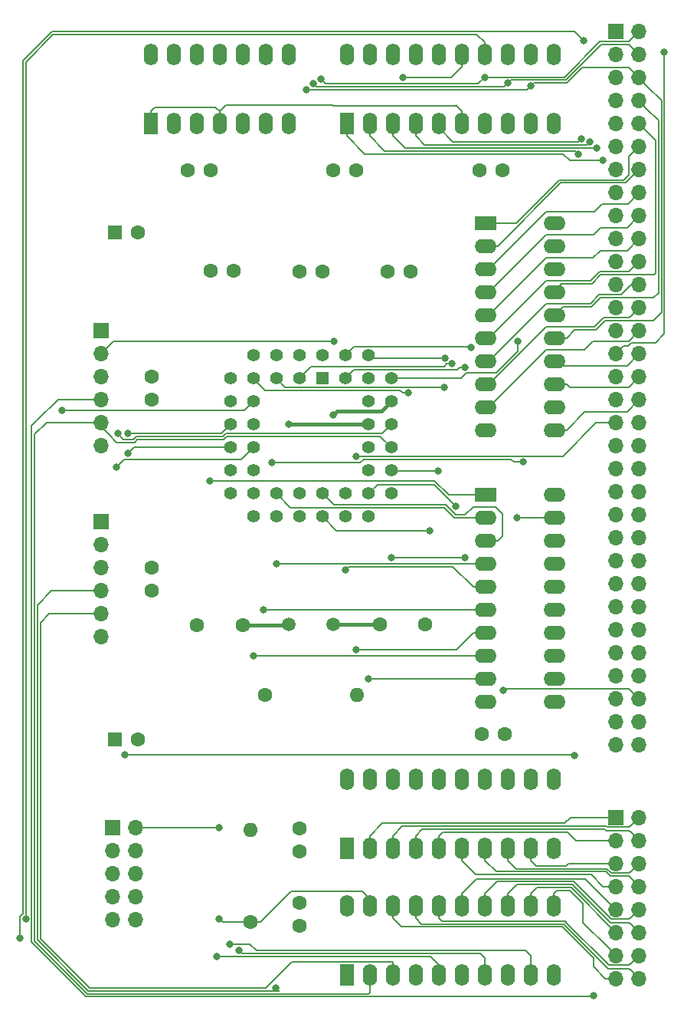
<source format=gbr>
G04 #@! TF.GenerationSoftware,KiCad,Pcbnew,(5.1.5-0-10_14)*
G04 #@! TF.CreationDate,2021-10-05T22:02:22+01:00*
G04 #@! TF.ProjectId,mc68681-basic,6d633638-3638-4312-9d62-617369632e6b,rev?*
G04 #@! TF.SameCoordinates,Original*
G04 #@! TF.FileFunction,Copper,L4,Bot*
G04 #@! TF.FilePolarity,Positive*
%FSLAX46Y46*%
G04 Gerber Fmt 4.6, Leading zero omitted, Abs format (unit mm)*
G04 Created by KiCad (PCBNEW (5.1.5-0-10_14)) date 2021-10-05 22:02:22*
%MOMM*%
%LPD*%
G04 APERTURE LIST*
%ADD10C,1.600000*%
%ADD11O,1.600000X2.400000*%
%ADD12R,1.600000X2.400000*%
%ADD13C,1.500000*%
%ADD14O,1.700000X1.700000*%
%ADD15R,1.700000X1.700000*%
%ADD16O,1.600000X1.600000*%
%ADD17C,1.422400*%
%ADD18R,1.422400X1.422400*%
%ADD19C,1.600200*%
%ADD20O,2.400000X1.600000*%
%ADD21R,2.400000X1.600000*%
%ADD22R,1.600000X1.600000*%
%ADD23C,0.800000*%
%ADD24C,0.400000*%
%ADD25C,0.150000*%
G04 APERTURE END LIST*
D10*
X97350000Y-114340000D03*
X92350000Y-114340000D03*
X77160000Y-114360000D03*
X72160000Y-114360000D03*
D11*
X88700000Y-51430000D03*
X111560000Y-59050000D03*
X91240000Y-51430000D03*
X109020000Y-59050000D03*
X93780000Y-51430000D03*
X106480000Y-59050000D03*
X96320000Y-51430000D03*
X103940000Y-59050000D03*
X98860000Y-51430000D03*
X101400000Y-59050000D03*
X101400000Y-51430000D03*
X98860000Y-59050000D03*
X103940000Y-51430000D03*
X96320000Y-59050000D03*
X106480000Y-51430000D03*
X93780000Y-59050000D03*
X109020000Y-51430000D03*
X91240000Y-59050000D03*
X111560000Y-51430000D03*
D12*
X88700000Y-59050000D03*
D13*
X87150000Y-114340000D03*
X82270000Y-114340000D03*
D14*
X65360000Y-146890000D03*
X62820000Y-146890000D03*
X65360000Y-144350000D03*
X62820000Y-144350000D03*
X65360000Y-141810000D03*
X62820000Y-141810000D03*
X65360000Y-139270000D03*
X62820000Y-139270000D03*
X65360000Y-136730000D03*
D15*
X62820000Y-136730000D03*
D16*
X89800000Y-122120000D03*
D10*
X79640000Y-122120000D03*
D17*
X93610000Y-87156350D03*
X93610000Y-89696350D03*
X93610000Y-92236350D03*
X93610000Y-94776350D03*
X93610000Y-97316350D03*
X91070000Y-84616350D03*
X91070000Y-89696350D03*
X91070000Y-92236350D03*
X91070000Y-94776350D03*
X91070000Y-97316350D03*
X91070000Y-99856350D03*
X91070000Y-102396350D03*
X88530000Y-102396350D03*
X85990000Y-102396350D03*
X83450000Y-102396350D03*
X80910000Y-102396350D03*
X78370000Y-102396350D03*
X93610000Y-99856350D03*
X88530000Y-99856350D03*
X85990000Y-99856350D03*
X83450000Y-99856350D03*
X80910000Y-99856350D03*
X78370000Y-99856350D03*
X75830000Y-99856350D03*
X75830000Y-97316350D03*
X75830000Y-94776350D03*
X75830000Y-92236350D03*
X75830000Y-89696350D03*
X75830000Y-87156350D03*
X78370000Y-97316350D03*
X78370000Y-94776350D03*
X78370000Y-92236350D03*
X78370000Y-89696350D03*
X78370000Y-87156350D03*
X88530000Y-84616350D03*
X85990000Y-84616350D03*
X78370000Y-84616350D03*
X80910000Y-84616350D03*
X83450000Y-84616350D03*
X91070000Y-87156350D03*
X88530000Y-87156350D03*
X80910000Y-87156350D03*
X83450000Y-87156350D03*
D18*
X85990000Y-87156350D03*
D11*
X88700000Y-131380000D03*
X111560000Y-139000000D03*
X91240000Y-131380000D03*
X109020000Y-139000000D03*
X93780000Y-131380000D03*
X106480000Y-139000000D03*
X96320000Y-131380000D03*
X103940000Y-139000000D03*
X98860000Y-131380000D03*
X101400000Y-139000000D03*
X101400000Y-131380000D03*
X98860000Y-139000000D03*
X103940000Y-131380000D03*
X96320000Y-139000000D03*
X106480000Y-131380000D03*
X93780000Y-139000000D03*
X109020000Y-131380000D03*
X91240000Y-139000000D03*
X111560000Y-131380000D03*
D12*
X88700000Y-139000000D03*
D19*
X93235800Y-75355000D03*
X95775800Y-75355000D03*
X67100000Y-108080000D03*
X67100000Y-110620000D03*
X83450000Y-75355000D03*
X85990000Y-75355000D03*
X103644200Y-126450000D03*
X106184200Y-126450000D03*
X83500000Y-145044200D03*
X83500000Y-147584200D03*
X83500000Y-136815800D03*
X83500000Y-139355800D03*
X67100000Y-86920000D03*
X67100000Y-89460000D03*
X73664200Y-75280000D03*
X76204200Y-75280000D03*
X105904200Y-64175000D03*
X103364200Y-64175000D03*
X71060000Y-64175000D03*
X73600000Y-64175000D03*
X87212100Y-64175000D03*
X89752100Y-64175000D03*
D16*
X78025000Y-137015000D03*
D10*
X78025000Y-147175000D03*
D14*
X61550000Y-115700000D03*
X61550000Y-113160000D03*
X61550000Y-110620000D03*
X61550000Y-108080000D03*
X61550000Y-105540000D03*
D15*
X61550000Y-103000000D03*
D14*
X61550000Y-94540000D03*
X61550000Y-92000000D03*
X61550000Y-89460000D03*
X61550000Y-86920000D03*
X61550000Y-84380000D03*
D15*
X61550000Y-81840000D03*
D14*
X121000000Y-153380000D03*
X118460000Y-153380000D03*
X121000000Y-150840000D03*
X118460000Y-150840000D03*
X121000000Y-148300000D03*
X118460000Y-148300000D03*
X121000000Y-145760000D03*
X118460000Y-145760000D03*
X121000000Y-143220000D03*
X118460000Y-143220000D03*
X121000000Y-140680000D03*
X118460000Y-140680000D03*
X121000000Y-138140000D03*
X118460000Y-138140000D03*
X121000000Y-135600000D03*
D15*
X118460000Y-135600000D03*
D14*
X121000000Y-127640000D03*
X118460000Y-127640000D03*
X121000000Y-125100000D03*
X118460000Y-125100000D03*
X121000000Y-122560000D03*
X118460000Y-122560000D03*
X121000000Y-120020000D03*
X118460000Y-120020000D03*
X121000000Y-117480000D03*
X118460000Y-117480000D03*
X121000000Y-114940000D03*
X118460000Y-114940000D03*
X121000000Y-112400000D03*
X118460000Y-112400000D03*
X121000000Y-109860000D03*
X118460000Y-109860000D03*
X121000000Y-107320000D03*
X118460000Y-107320000D03*
X121000000Y-104780000D03*
X118460000Y-104780000D03*
X121000000Y-102240000D03*
X118460000Y-102240000D03*
X121000000Y-99700000D03*
X118460000Y-99700000D03*
X121000000Y-97160000D03*
X118460000Y-97160000D03*
X121000000Y-94620000D03*
X118460000Y-94620000D03*
X121000000Y-92080000D03*
X118460000Y-92080000D03*
X121000000Y-89540000D03*
X118460000Y-89540000D03*
X121000000Y-87000000D03*
X118460000Y-87000000D03*
X121000000Y-84460000D03*
X118460000Y-84460000D03*
X121000000Y-81920000D03*
X118460000Y-81920000D03*
X121000000Y-79380000D03*
X118460000Y-79380000D03*
X121000000Y-76840000D03*
X118460000Y-76840000D03*
X121000000Y-74300000D03*
X118460000Y-74300000D03*
X121000000Y-71760000D03*
X118460000Y-71760000D03*
X121000000Y-69220000D03*
X118460000Y-69220000D03*
X121000000Y-66680000D03*
X118460000Y-66680000D03*
X121000000Y-64140000D03*
X118460000Y-64140000D03*
X121000000Y-61600000D03*
X118460000Y-61600000D03*
X121000000Y-59060000D03*
X118460000Y-59060000D03*
X121000000Y-56520000D03*
X118460000Y-56520000D03*
X121000000Y-53980000D03*
X118460000Y-53980000D03*
X121000000Y-51440000D03*
X118460000Y-51440000D03*
X121000000Y-48900000D03*
D15*
X118460000Y-48900000D03*
D20*
X111620000Y-70000000D03*
X104000000Y-92860000D03*
X111620000Y-72540000D03*
X104000000Y-90320000D03*
X111620000Y-75080000D03*
X104000000Y-87780000D03*
X111620000Y-77620000D03*
X104000000Y-85240000D03*
X111620000Y-80160000D03*
X104000000Y-82700000D03*
X111620000Y-82700000D03*
X104000000Y-80160000D03*
X111620000Y-85240000D03*
X104000000Y-77620000D03*
X111620000Y-87780000D03*
X104000000Y-75080000D03*
X111620000Y-90320000D03*
X104000000Y-72540000D03*
X111620000Y-92860000D03*
D21*
X104000000Y-70000000D03*
D11*
X67000000Y-51430000D03*
X82240000Y-59050000D03*
X69540000Y-51430000D03*
X79700000Y-59050000D03*
X72080000Y-51430000D03*
X77160000Y-59050000D03*
X74620000Y-51430000D03*
X74620000Y-59050000D03*
X77160000Y-51430000D03*
X72080000Y-59050000D03*
X79700000Y-51430000D03*
X69540000Y-59050000D03*
X82240000Y-51430000D03*
D12*
X67000000Y-59050000D03*
D11*
X88700000Y-145380000D03*
X111560000Y-153000000D03*
X91240000Y-145380000D03*
X109020000Y-153000000D03*
X93780000Y-145380000D03*
X106480000Y-153000000D03*
X96320000Y-145380000D03*
X103940000Y-153000000D03*
X98860000Y-145380000D03*
X101400000Y-153000000D03*
X101400000Y-145380000D03*
X98860000Y-153000000D03*
X103940000Y-145380000D03*
X96320000Y-153000000D03*
X106480000Y-145380000D03*
X93780000Y-153000000D03*
X109020000Y-145380000D03*
X91240000Y-153000000D03*
X111560000Y-145380000D03*
D12*
X88700000Y-153000000D03*
D20*
X111620000Y-100000000D03*
X104000000Y-122860000D03*
X111620000Y-102540000D03*
X104000000Y-120320000D03*
X111620000Y-105080000D03*
X104000000Y-117780000D03*
X111620000Y-107620000D03*
X104000000Y-115240000D03*
X111620000Y-110160000D03*
X104000000Y-112700000D03*
X111620000Y-112700000D03*
X104000000Y-110160000D03*
X111620000Y-115240000D03*
X104000000Y-107620000D03*
X111620000Y-117780000D03*
X104000000Y-105080000D03*
X111620000Y-120320000D03*
X104000000Y-102540000D03*
X111620000Y-122860000D03*
D21*
X104000000Y-100000000D03*
D10*
X65592621Y-127000000D03*
D22*
X63092621Y-127000000D03*
D10*
X65592621Y-71000000D03*
D22*
X63092621Y-71000000D03*
D23*
X87170000Y-91190000D03*
X101738436Y-85905872D03*
X102410000Y-83730000D03*
X80910000Y-107620000D03*
X79470000Y-112690000D03*
X99554903Y-84926493D03*
X78390000Y-117780000D03*
X107572298Y-83022298D03*
X107550000Y-102500000D03*
X75790000Y-149590000D03*
X89700000Y-95740000D03*
X76790000Y-150325000D03*
X74290000Y-150980000D03*
X63199999Y-96970000D03*
X115975000Y-155325000D03*
X63370000Y-93250000D03*
X64500000Y-95450000D03*
X64525000Y-93225000D03*
X80875000Y-154424990D03*
X87240000Y-83040000D03*
X57210000Y-90710000D03*
X98810000Y-97340000D03*
X106000000Y-121575000D03*
X73530000Y-98460000D03*
X100747937Y-101267937D03*
X95470000Y-88767551D03*
X101750030Y-106970000D03*
X93630000Y-106970000D03*
X108222298Y-96387551D03*
X80430000Y-96460000D03*
X91080000Y-120330000D03*
X109020000Y-54875010D03*
X84190000Y-55270000D03*
X89740000Y-117070000D03*
X99460000Y-88120000D03*
X88540000Y-108270000D03*
X106480000Y-54550000D03*
X85006047Y-54625009D03*
X100320000Y-85545149D03*
X97820000Y-103960000D03*
X103930000Y-53900000D03*
X85844796Y-54127889D03*
X74584301Y-146790000D03*
X74570000Y-136730000D03*
X123800000Y-51125000D03*
X114583376Y-60700010D03*
X52560000Y-148910000D03*
X114850000Y-49890000D03*
X115536612Y-61050020D03*
X116300000Y-61725000D03*
X114275000Y-62375020D03*
X116950000Y-63125000D03*
X64170000Y-128730000D03*
X113890000Y-128810000D03*
X94920000Y-53974989D03*
X53200000Y-146860000D03*
X82310000Y-92230000D03*
D24*
X92516349Y-90790001D02*
X92898801Y-90407549D01*
X92898801Y-90407549D02*
X93610000Y-89696350D01*
X87569999Y-90790001D02*
X92516349Y-90790001D01*
X87170000Y-91190000D02*
X87569999Y-90790001D01*
X87150000Y-114340000D02*
X92350000Y-114340000D01*
D25*
X89491201Y-86195149D02*
X88530000Y-87156350D01*
X100883474Y-86195149D02*
X89491201Y-86195149D01*
X101172751Y-85905872D02*
X100883474Y-86195149D01*
X101738436Y-85905872D02*
X101172751Y-85905872D01*
X82488799Y-101435149D02*
X80910000Y-99856350D01*
X99464782Y-101435149D02*
X82488799Y-101435149D01*
X100569632Y-102540000D02*
X99464782Y-101435149D01*
X104000000Y-102540000D02*
X100569632Y-102540000D01*
X102335149Y-83655149D02*
X102410000Y-83730000D01*
X89491201Y-83655149D02*
X102335149Y-83655149D01*
X88530000Y-84616350D02*
X89491201Y-83655149D01*
X104000000Y-107620000D02*
X89295000Y-107620000D01*
X89295000Y-107620000D02*
X80910000Y-107620000D01*
X79480000Y-112700000D02*
X79470000Y-112690000D01*
X104000000Y-112700000D02*
X79480000Y-112700000D01*
X91073650Y-84620000D02*
X91070000Y-84616350D01*
X91380143Y-84926493D02*
X91070000Y-84616350D01*
X99554903Y-84926493D02*
X91380143Y-84926493D01*
X78760000Y-117780000D02*
X78750000Y-117790000D01*
X104000000Y-117780000D02*
X78760000Y-117780000D01*
X78390000Y-117780000D02*
X78760000Y-117780000D01*
X111580000Y-102500000D02*
X111620000Y-102540000D01*
X107550000Y-102500000D02*
X111580000Y-102500000D01*
X105190368Y-86530000D02*
X101920000Y-86530000D01*
X101920000Y-86530000D02*
X101293650Y-87156350D01*
X107572298Y-84148070D02*
X105190368Y-86530000D01*
X101293650Y-87156350D02*
X93610000Y-87156350D01*
X107572298Y-83022298D02*
X107572298Y-84148070D01*
X109020000Y-150895000D02*
X109020000Y-153600000D01*
X108449980Y-150324980D02*
X109020000Y-150895000D01*
X78724980Y-150324980D02*
X108449980Y-150324980D01*
X77990000Y-149590000D02*
X78724980Y-150324980D01*
X75790000Y-149590000D02*
X77990000Y-149590000D01*
X116344998Y-92080000D02*
X118460000Y-92080000D01*
X116344998Y-92080000D02*
X116210000Y-92080000D01*
X112552449Y-95737551D02*
X90472449Y-95737551D01*
X116210000Y-92080000D02*
X112552449Y-95737551D01*
X90470000Y-95740000D02*
X89700000Y-95740000D01*
X90472449Y-95737551D02*
X90470000Y-95740000D01*
X103424990Y-150649990D02*
X103940000Y-151165000D01*
X103940000Y-151165000D02*
X103940000Y-153600000D01*
X77525000Y-150649990D02*
X103424990Y-150649990D01*
X77114990Y-150649990D02*
X76790000Y-150325000D01*
X77525000Y-150649990D02*
X77114990Y-150649990D01*
X75850000Y-150975000D02*
X97975000Y-150975000D01*
X98860000Y-151860000D02*
X98860000Y-153600000D01*
X97975000Y-150975000D02*
X98860000Y-151860000D01*
X75845000Y-150980000D02*
X74290000Y-150980000D01*
X75850000Y-150975000D02*
X75845000Y-150980000D01*
X64069998Y-96100001D02*
X63199999Y-96970000D01*
X77046349Y-96100001D02*
X64069998Y-96100001D01*
X78370000Y-94776350D02*
X77046349Y-96100001D01*
X61550000Y-89460000D02*
X56790000Y-89460000D01*
X56790000Y-89460000D02*
X54450000Y-91800000D01*
X54450000Y-91800000D02*
X53850000Y-92400000D01*
X53850000Y-92400000D02*
X53850000Y-104975000D01*
X53850000Y-104975000D02*
X53850000Y-142075000D01*
X53850000Y-149394870D02*
X59855130Y-155400000D01*
X53850000Y-142075000D02*
X53850000Y-149394870D01*
X115900000Y-155400000D02*
X115975000Y-155325000D01*
X59855130Y-155400000D02*
X115900000Y-155400000D01*
X93610000Y-92236350D02*
X92646350Y-93200000D01*
X75325982Y-93200000D02*
X74975973Y-93550010D01*
X92646350Y-93200000D02*
X75325982Y-93200000D01*
X74975973Y-93550010D02*
X67700000Y-93550010D01*
X67700000Y-93550010D02*
X65419990Y-93550010D01*
X65094999Y-93875001D02*
X63995001Y-93875001D01*
X63995001Y-93875001D02*
X63370000Y-93250000D01*
X65419990Y-93550010D02*
X65094999Y-93875001D01*
X93780000Y-151650000D02*
X93780000Y-153000000D01*
X93679990Y-151549990D02*
X93780000Y-151650000D01*
X82625010Y-151549990D02*
X93679990Y-151549990D01*
X79750030Y-154424970D02*
X82625010Y-151549990D01*
X54825030Y-114149970D02*
X54825030Y-148991004D01*
X60258996Y-154424970D02*
X79750030Y-154424970D01*
X54825030Y-148991004D02*
X60258996Y-154424970D01*
X55815000Y-113160000D02*
X54825030Y-114149970D01*
X61550000Y-113160000D02*
X55815000Y-113160000D01*
X65173650Y-94776350D02*
X64500000Y-95450000D01*
X75830000Y-94776350D02*
X65173650Y-94776350D01*
X55525000Y-92000000D02*
X54175010Y-93349990D01*
X59989752Y-155074990D02*
X91115010Y-155074990D01*
X54175010Y-149260248D02*
X59989752Y-155074990D01*
X91115010Y-155074990D02*
X91240000Y-154950000D01*
X54175010Y-93349990D02*
X54175010Y-149260248D01*
X91240000Y-154950000D02*
X91240000Y-153600000D01*
X61550000Y-92000000D02*
X55525000Y-92000000D01*
X93610000Y-94776350D02*
X92358660Y-93525010D01*
X75460606Y-93525010D02*
X75110596Y-93875020D01*
X92358660Y-93525010D02*
X75460606Y-93525010D01*
X65554612Y-93875020D02*
X65229622Y-94200011D01*
X65229622Y-94200011D02*
X63270011Y-94200011D01*
X75110596Y-93875020D02*
X65554612Y-93875020D01*
X63270011Y-94200011D02*
X62399999Y-93329999D01*
X61550000Y-92480000D02*
X61550000Y-92000000D01*
X62399999Y-93329999D02*
X61550000Y-92480000D01*
X61550000Y-110620000D02*
X56055000Y-110620000D01*
X56055000Y-110620000D02*
X54500020Y-112174980D01*
X54500020Y-140224980D02*
X54500020Y-149125626D01*
X54500020Y-112174980D02*
X54500020Y-140224980D01*
X54500020Y-140224980D02*
X54500020Y-140350020D01*
X54500020Y-149125626D02*
X60124374Y-154749980D01*
X81199990Y-154749980D02*
X80875000Y-154424990D01*
X60124374Y-154749980D02*
X81199990Y-154749980D01*
X74841350Y-93225000D02*
X75830000Y-92236350D01*
X64525000Y-93225000D02*
X74841350Y-93225000D01*
X62890000Y-83040000D02*
X87240000Y-83040000D01*
X61550000Y-84380000D02*
X62890000Y-83040000D01*
X77376350Y-90690000D02*
X78370000Y-89696350D01*
X57230000Y-90690000D02*
X77376350Y-90690000D01*
X57210000Y-90710000D02*
X57230000Y-90690000D01*
X93633650Y-97340000D02*
X93610000Y-97316350D01*
X98810000Y-97340000D02*
X93633650Y-97340000D01*
X106115001Y-121459999D02*
X106000000Y-121575000D01*
X119899999Y-121459999D02*
X106115001Y-121459999D01*
X121000000Y-122560000D02*
X119899999Y-121459999D01*
X104000000Y-100000000D02*
X99939632Y-100000000D01*
X98399633Y-98460000D02*
X73530000Y-98460000D01*
X99939632Y-100000000D02*
X98399633Y-98460000D01*
X100747937Y-101267937D02*
X98340000Y-98860000D01*
X92066350Y-98860000D02*
X91070000Y-99856350D01*
X98340000Y-98860000D02*
X92066350Y-98860000D01*
X94904315Y-88767551D02*
X94579325Y-88442561D01*
X79081199Y-87867549D02*
X78370000Y-87156350D01*
X79656211Y-88442561D02*
X79081199Y-87867549D01*
X94579325Y-88442561D02*
X79656211Y-88442561D01*
X95470000Y-88767551D02*
X94904315Y-88767551D01*
X101750030Y-106970000D02*
X93630000Y-106970000D01*
X111690000Y-80160000D02*
X111620000Y-80160000D01*
X115734623Y-79250010D02*
X112599990Y-79250010D01*
X112599990Y-79250010D02*
X111690000Y-80160000D01*
X116719621Y-78265011D02*
X115734623Y-79250010D01*
X122609989Y-78265011D02*
X116719621Y-78265011D01*
X121849999Y-57369999D02*
X121000000Y-56520000D01*
X123150010Y-58670010D02*
X121849999Y-57369999D01*
X123150010Y-77724990D02*
X123150010Y-58670010D01*
X122609989Y-78265011D02*
X123150010Y-77724990D01*
X108222298Y-96387551D02*
X107184990Y-96387551D01*
X90607072Y-96062561D02*
X90189633Y-96480000D01*
X106860000Y-96062561D02*
X90607072Y-96062561D01*
X90189633Y-96480000D02*
X80520000Y-96480000D01*
X80500000Y-96460000D02*
X80430000Y-96460000D01*
X80520000Y-96480000D02*
X80500000Y-96460000D01*
X107184990Y-96387551D02*
X106860000Y-96062561D01*
X104000000Y-120320000D02*
X102650000Y-120320000D01*
X91090000Y-120320000D02*
X91080000Y-120330000D01*
X104000000Y-120320000D02*
X91090000Y-120320000D01*
X112970000Y-82700000D02*
X113869990Y-81800010D01*
X111620000Y-82700000D02*
X112970000Y-82700000D01*
X117229622Y-80805011D02*
X122544989Y-80805011D01*
X116234623Y-81800010D02*
X117229622Y-80805011D01*
X113869990Y-81800010D02*
X116234623Y-81800010D01*
X121849999Y-54829999D02*
X121000000Y-53980000D01*
X123475020Y-56455020D02*
X121849999Y-54829999D01*
X123475020Y-79874980D02*
X123475020Y-56455020D01*
X122544989Y-80805011D02*
X123475020Y-79874980D01*
X119899999Y-52879999D02*
X114714267Y-52879999D01*
X121000000Y-53980000D02*
X119899999Y-52879999D01*
X112830018Y-54550018D02*
X112830010Y-54550010D01*
X113044248Y-54550018D02*
X112830018Y-54550018D01*
X114714267Y-52879999D02*
X113044248Y-54550018D01*
X112830010Y-54550010D02*
X112169990Y-54550010D01*
X109345000Y-54550010D02*
X109020000Y-54875010D01*
X112169990Y-54550010D02*
X109345000Y-54550010D01*
X108620001Y-55275009D02*
X84195009Y-55275009D01*
X84195009Y-55275009D02*
X84190000Y-55270000D01*
X109020000Y-54875010D02*
X108620001Y-55275009D01*
X100820000Y-117070000D02*
X89740000Y-117070000D01*
X102650000Y-115240000D02*
X100820000Y-117070000D01*
X104000000Y-115240000D02*
X102650000Y-115240000D01*
X80910000Y-87156350D02*
X81871201Y-88117551D01*
X81871201Y-88117551D02*
X95972449Y-88117551D01*
X95974898Y-88120000D02*
X95972449Y-88117551D01*
X99460000Y-88120000D02*
X95974898Y-88120000D01*
X102650000Y-110160000D02*
X100435010Y-107945010D01*
X104000000Y-110160000D02*
X102650000Y-110160000D01*
X100435010Y-107945010D02*
X89974990Y-107945010D01*
X88864990Y-107945010D02*
X88540000Y-108270000D01*
X89974990Y-107945010D02*
X88864990Y-107945010D01*
X112909634Y-54225000D02*
X116809623Y-50325011D01*
X111284623Y-54225010D02*
X111284633Y-54225000D01*
X111284633Y-54225000D02*
X112909634Y-54225000D01*
X119885011Y-50325011D02*
X121000000Y-51440000D01*
X116809623Y-50325011D02*
X119885011Y-50325011D01*
X111284623Y-54225010D02*
X109954990Y-54225010D01*
X106804990Y-54225010D02*
X106480000Y-54550000D01*
X109954990Y-54225010D02*
X106804990Y-54225010D01*
X106480000Y-54550000D02*
X106080001Y-54949999D01*
X85331037Y-54949999D02*
X85006047Y-54625009D01*
X106080001Y-54949999D02*
X85331037Y-54949999D01*
X105350000Y-105080000D02*
X105890000Y-104540000D01*
X104000000Y-105080000D02*
X105350000Y-105080000D01*
X105890000Y-104540000D02*
X105890000Y-102080000D01*
X105890000Y-102080000D02*
X105130000Y-101320000D01*
X105130000Y-101320000D02*
X102670000Y-101320000D01*
X102670000Y-101320000D02*
X101775010Y-102214990D01*
X100704254Y-102214990D02*
X99599405Y-101110139D01*
X101775010Y-102214990D02*
X100704254Y-102214990D01*
X87243789Y-101110139D02*
X85990000Y-99856350D01*
X99599405Y-101110139D02*
X87243789Y-101110139D01*
X99429325Y-85870139D02*
X84736211Y-85870139D01*
X84736211Y-85870139D02*
X83450000Y-87156350D01*
X99754315Y-85545149D02*
X99429325Y-85870139D01*
X100320000Y-85545149D02*
X99754315Y-85545149D01*
X101400000Y-57700000D02*
X100725000Y-57025000D01*
X101400000Y-59050000D02*
X101400000Y-57700000D01*
X74620000Y-57700000D02*
X74620000Y-59050000D01*
X75295000Y-57025000D02*
X74620000Y-57700000D01*
X74620000Y-57700000D02*
X74145000Y-57225000D01*
X67000000Y-57700000D02*
X67000000Y-59050000D01*
X67475000Y-57225000D02*
X67000000Y-57700000D01*
X74145000Y-57225000D02*
X67475000Y-57225000D01*
X100720000Y-57030000D02*
X100725000Y-57025000D01*
X87230000Y-57030000D02*
X100720000Y-57030000D01*
X87225000Y-57025000D02*
X87230000Y-57030000D01*
X75295000Y-57025000D02*
X87225000Y-57025000D01*
X87553650Y-103960000D02*
X97820000Y-103960000D01*
X85990000Y-102396350D02*
X87553650Y-103960000D01*
X112775002Y-53900000D02*
X107740000Y-53900000D01*
X119899999Y-50000001D02*
X116675001Y-50000001D01*
X116675001Y-50000001D02*
X112775002Y-53900000D01*
X121000000Y-48900000D02*
X119899999Y-50000001D01*
X107740000Y-53900000D02*
X103930000Y-53900000D01*
X103930000Y-53900000D02*
X103205011Y-54624989D01*
X103205011Y-54624989D02*
X100610000Y-54624989D01*
X86341896Y-54624989D02*
X85844796Y-54127889D01*
X100610000Y-54624989D02*
X86341896Y-54624989D01*
X91240000Y-144630000D02*
X91240000Y-145980000D01*
X90385000Y-143775000D02*
X91240000Y-144630000D01*
X75200000Y-147175000D02*
X78025000Y-147175000D01*
X82556370Y-143775000D02*
X90385000Y-143775000D01*
X79156370Y-147175000D02*
X82556370Y-143775000D01*
X78025000Y-147175000D02*
X79156370Y-147175000D01*
X74969301Y-147175000D02*
X74584301Y-146790000D01*
X75200000Y-147175000D02*
X74969301Y-147175000D01*
X74004315Y-136730000D02*
X65360000Y-136730000D01*
X74570000Y-136730000D02*
X74004315Y-136730000D01*
X93780000Y-146730000D02*
X93780000Y-145380000D01*
X94750020Y-147700020D02*
X93780000Y-146730000D01*
X115975000Y-151144264D02*
X112530756Y-147700020D01*
X115975000Y-152097081D02*
X115975000Y-151144264D01*
X117257919Y-153380000D02*
X115975000Y-152097081D01*
X112530756Y-147700020D02*
X94750020Y-147700020D01*
X118460000Y-153380000D02*
X117257919Y-153380000D01*
X96320000Y-145380000D02*
X96320000Y-146730000D01*
X117570367Y-152279999D02*
X119899999Y-152279999D01*
X119899999Y-152279999D02*
X120150001Y-152530001D01*
X112665378Y-147375010D02*
X117570367Y-152279999D01*
X120150001Y-152530001D02*
X121000000Y-153380000D01*
X96965010Y-147375010D02*
X112665378Y-147375010D01*
X96320000Y-146730000D02*
X96965010Y-147375010D01*
X98860000Y-146730000D02*
X99180000Y-147050000D01*
X98860000Y-145380000D02*
X98860000Y-146730000D01*
X120150001Y-151689999D02*
X121000000Y-150840000D01*
X119899999Y-151940001D02*
X120150001Y-151689999D01*
X112800000Y-147050000D02*
X117690001Y-151940001D01*
X99180000Y-147050000D02*
X112800000Y-147050000D01*
X117690001Y-151940001D02*
X119899999Y-151940001D01*
X112800000Y-147050000D02*
X112925000Y-147050000D01*
X115074960Y-142374960D02*
X118460000Y-145760000D01*
X103055040Y-142374960D02*
X115074960Y-142374960D01*
X101400000Y-144030000D02*
X103055040Y-142374960D01*
X101400000Y-145380000D02*
X101400000Y-144030000D01*
X120150001Y-146609999D02*
X121000000Y-145760000D01*
X119899999Y-146860001D02*
X120150001Y-146609999D01*
X117931999Y-146860001D02*
X119899999Y-146860001D01*
X113771968Y-142699970D02*
X117931999Y-146860001D01*
X103940000Y-144030000D02*
X105270030Y-142699970D01*
X105270030Y-142699970D02*
X113771968Y-142699970D01*
X103940000Y-145380000D02*
X103940000Y-144030000D01*
X120150001Y-147450001D02*
X121000000Y-148300000D01*
X119899999Y-147199999D02*
X120150001Y-147450001D01*
X106480000Y-144030000D02*
X107485020Y-143024980D01*
X117812365Y-147199999D02*
X119899999Y-147199999D01*
X106480000Y-145380000D02*
X106480000Y-144030000D01*
X113637346Y-143024980D02*
X117812365Y-147199999D01*
X107485020Y-143024980D02*
X113637346Y-143024980D01*
X113502724Y-143349990D02*
X118452734Y-148300000D01*
X118452734Y-148300000D02*
X118460000Y-148300000D01*
X109700010Y-143349990D02*
X113502724Y-143349990D01*
X109020000Y-144030000D02*
X109700010Y-143349990D01*
X109020000Y-145380000D02*
X109020000Y-144030000D01*
X117610001Y-149990001D02*
X118460000Y-150840000D01*
X114825000Y-147205000D02*
X117610001Y-149990001D01*
X114825000Y-145150000D02*
X114825000Y-147205000D01*
X113350000Y-143675000D02*
X114825000Y-145150000D01*
X111915000Y-143675000D02*
X113350000Y-143675000D01*
X111560000Y-144030000D02*
X111915000Y-143675000D01*
X111560000Y-145380000D02*
X111560000Y-144030000D01*
X119769632Y-83610001D02*
X119309999Y-83610001D01*
X120154633Y-83225000D02*
X119769632Y-83610001D01*
X119309999Y-83610001D02*
X118460000Y-84460000D01*
X122825000Y-83225000D02*
X120154633Y-83225000D01*
X123800030Y-82249970D02*
X122825000Y-83225000D01*
X123800030Y-56320397D02*
X123800030Y-82249970D01*
X123800000Y-56320367D02*
X123800030Y-56320397D01*
X123800000Y-51125000D02*
X123800000Y-56320367D01*
X119874999Y-83045001D02*
X115904999Y-83045001D01*
X121000000Y-81920000D02*
X119874999Y-83045001D01*
X115904999Y-83045001D02*
X114925000Y-84025000D01*
X104400000Y-90320000D02*
X104000000Y-90320000D01*
X110695000Y-84025000D02*
X104400000Y-90320000D01*
X114925000Y-84025000D02*
X110695000Y-84025000D01*
X120150001Y-80229999D02*
X121000000Y-79380000D01*
X117094999Y-80480001D02*
X119899999Y-80480001D01*
X119899999Y-80480001D02*
X120150001Y-80229999D01*
X116100000Y-81475000D02*
X117094999Y-80480001D01*
X110705000Y-81475000D02*
X116100000Y-81475000D01*
X104400000Y-87780000D02*
X110705000Y-81475000D01*
X104000000Y-87780000D02*
X104400000Y-87780000D01*
X122825000Y-60885000D02*
X121000000Y-59060000D01*
X122649989Y-75725011D02*
X122825000Y-75550000D01*
X116759622Y-75725011D02*
X122649989Y-75725011D01*
X122825000Y-75550000D02*
X122825000Y-60885000D01*
X115784623Y-76700010D02*
X116759622Y-75725011D01*
X112449990Y-76700010D02*
X115784623Y-76700010D01*
X111620000Y-77530000D02*
X112449990Y-76700010D01*
X111620000Y-77620000D02*
X111620000Y-77530000D01*
X104000000Y-85240000D02*
X104400000Y-85240000D01*
X104400000Y-85240000D02*
X110715000Y-78925000D01*
X110715000Y-78925000D02*
X115600000Y-78925000D01*
X121000000Y-76840000D02*
X120088002Y-76840000D01*
X116584999Y-77940001D02*
X115600000Y-78925000D01*
X118988001Y-77940001D02*
X116584999Y-77940001D01*
X120088002Y-76840000D02*
X118988001Y-77940001D01*
X119899999Y-75400001D02*
X121000000Y-74300000D01*
X116675001Y-75400001D02*
X119899999Y-75400001D01*
X116650000Y-75375000D02*
X116675001Y-75400001D01*
X110725000Y-76375000D02*
X115650000Y-76375000D01*
X104400000Y-82700000D02*
X110725000Y-76375000D01*
X115650000Y-76375000D02*
X116650000Y-75375000D01*
X104000000Y-82700000D02*
X104400000Y-82700000D01*
X121000000Y-71760000D02*
X119710000Y-73050000D01*
X119710000Y-73050000D02*
X116700000Y-73050000D01*
X116700000Y-73050000D02*
X115875000Y-73875000D01*
X104400000Y-80160000D02*
X104000000Y-80160000D01*
X110685000Y-73875000D02*
X104400000Y-80160000D01*
X115875000Y-73875000D02*
X110685000Y-73875000D01*
X112970000Y-92860000D02*
X114980000Y-90850000D01*
X111620000Y-92860000D02*
X112970000Y-92860000D01*
X119690000Y-90850000D02*
X121000000Y-89540000D01*
X114980000Y-90850000D02*
X119690000Y-90850000D01*
X121000000Y-69220000D02*
X119720000Y-70500000D01*
X119720000Y-70500000D02*
X116775000Y-70500000D01*
X116775000Y-70500000D02*
X116000000Y-71275000D01*
X104400000Y-77620000D02*
X104000000Y-77620000D01*
X110745000Y-71275000D02*
X104400000Y-77620000D01*
X116000000Y-71275000D02*
X110745000Y-71275000D01*
X112970000Y-87780000D02*
X113340000Y-88150000D01*
X111620000Y-87780000D02*
X112970000Y-87780000D01*
X119850000Y-88150000D02*
X121000000Y-87000000D01*
X113340000Y-88150000D02*
X119850000Y-88150000D01*
X121000000Y-66680000D02*
X119780000Y-67900000D01*
X119780000Y-67900000D02*
X116900000Y-67900000D01*
X116900000Y-67900000D02*
X116075000Y-68725000D01*
X104400000Y-75080000D02*
X104000000Y-75080000D01*
X110755000Y-68725000D02*
X104400000Y-75080000D01*
X116075000Y-68725000D02*
X110755000Y-68725000D01*
X112310001Y-65579999D02*
X105350000Y-72540000D01*
X119560001Y-65579999D02*
X112310001Y-65579999D01*
X105350000Y-72540000D02*
X104000000Y-72540000D01*
X121000000Y-64140000D02*
X119560001Y-65579999D01*
X111620000Y-85240000D02*
X112190000Y-85240000D01*
X112190000Y-85240000D02*
X112700000Y-85750000D01*
X119710000Y-85750000D02*
X121000000Y-84460000D01*
X112700000Y-85750000D02*
X119710000Y-85750000D01*
X107350000Y-70000000D02*
X104000000Y-70000000D01*
X119899999Y-62700001D02*
X119899999Y-64650001D01*
X119899999Y-64650001D02*
X119295011Y-65254989D01*
X121000000Y-61600000D02*
X119899999Y-62700001D01*
X107430367Y-70000000D02*
X107350000Y-70000000D01*
X112175378Y-65254989D02*
X107430367Y-70000000D01*
X119295011Y-65254989D02*
X112175378Y-65254989D01*
X98860000Y-59450000D02*
X100435000Y-61025000D01*
X98860000Y-59050000D02*
X98860000Y-59450000D01*
X100435000Y-61025000D02*
X113475000Y-61025000D01*
X114258386Y-61025000D02*
X114583376Y-60700010D01*
X113475000Y-61025000D02*
X114258386Y-61025000D01*
X118455000Y-56525000D02*
X118460000Y-56520000D01*
X52549999Y-148899999D02*
X52549999Y-146547999D01*
X52549999Y-146547999D02*
X52874990Y-146223008D01*
X52560000Y-148910000D02*
X52549999Y-148899999D01*
X52874990Y-146223008D02*
X52874990Y-125970000D01*
X52874990Y-52105377D02*
X54970368Y-50010000D01*
X52874990Y-125970000D02*
X52874990Y-52105377D01*
X54970368Y-50010000D02*
X56105377Y-48874990D01*
X56105377Y-48874990D02*
X78865010Y-48874990D01*
X78865010Y-48874990D02*
X100910000Y-48874990D01*
X113834990Y-48874990D02*
X114850000Y-49890000D01*
X100910000Y-48874990D02*
X113834990Y-48874990D01*
X96320000Y-60400000D02*
X97295010Y-61375010D01*
X96320000Y-59050000D02*
X96320000Y-60400000D01*
X97295010Y-61375010D02*
X100290022Y-61375010D01*
X100290022Y-61375010D02*
X111225000Y-61375010D01*
X115211622Y-61375010D02*
X115536612Y-61050020D01*
X111225000Y-61375010D02*
X115211622Y-61375010D01*
X93780000Y-60400000D02*
X95105020Y-61725020D01*
X93780000Y-59050000D02*
X93780000Y-60400000D01*
X95105020Y-61725020D02*
X100145044Y-61725020D01*
X100145044Y-61725020D02*
X109200000Y-61725020D01*
X116299980Y-61725020D02*
X116300000Y-61725000D01*
X109200000Y-61725020D02*
X116299980Y-61725020D01*
X91240000Y-60400000D02*
X92890030Y-62050030D01*
X91240000Y-59050000D02*
X91240000Y-60400000D01*
X113950010Y-62050030D02*
X114275000Y-62375020D01*
X92890030Y-62050030D02*
X113950010Y-62050030D01*
X88700000Y-59050000D02*
X88700000Y-60400000D01*
X88700000Y-60400000D02*
X90675040Y-62375040D01*
X90675040Y-62375040D02*
X103875040Y-62375040D01*
X103875040Y-62375040D02*
X108050000Y-62375040D01*
X108050000Y-62375040D02*
X111100000Y-62375040D01*
X111100000Y-62375040D02*
X112600040Y-62375040D01*
X113350000Y-63125000D02*
X114999980Y-63125000D01*
X112600040Y-62375040D02*
X113350000Y-63125000D01*
X118230000Y-66450000D02*
X118460000Y-66680000D01*
X114999980Y-63125000D02*
X115900000Y-63125000D01*
X115900000Y-63125000D02*
X116950000Y-63125000D01*
X64215000Y-128775000D02*
X64170000Y-128730000D01*
X113810000Y-128730000D02*
X113890000Y-128810000D01*
X64170000Y-128730000D02*
X113810000Y-128730000D01*
X109020000Y-140350000D02*
X109620000Y-140950000D01*
X109020000Y-139000000D02*
X109020000Y-140350000D01*
X109620000Y-140950000D02*
X112900000Y-140950000D01*
X113170000Y-140680000D02*
X118460000Y-140680000D01*
X112900000Y-140950000D02*
X113170000Y-140680000D01*
X120150001Y-142370001D02*
X121000000Y-143220000D01*
X103940000Y-139000000D02*
X103940000Y-140350000D01*
X105190020Y-141600020D02*
X117292386Y-141600020D01*
X117797376Y-142105011D02*
X119885011Y-142105011D01*
X117292386Y-141600020D02*
X117797376Y-142105011D01*
X119885011Y-142105011D02*
X120150001Y-142370001D01*
X103940000Y-140350000D02*
X105190020Y-141600020D01*
X117019970Y-143220000D02*
X118460000Y-143220000D01*
X102975030Y-141925030D02*
X115725000Y-141925030D01*
X115725000Y-141925030D02*
X117019970Y-143220000D01*
X101400000Y-140350000D02*
X102975030Y-141925030D01*
X101400000Y-139000000D02*
X101400000Y-140350000D01*
X98860000Y-137650000D02*
X99260000Y-137250000D01*
X98860000Y-139000000D02*
X98860000Y-137650000D01*
X99260000Y-137250000D02*
X113100000Y-137250000D01*
X113990000Y-138140000D02*
X118460000Y-138140000D01*
X113100000Y-137250000D02*
X113990000Y-138140000D01*
X119899999Y-137039999D02*
X120150001Y-137290001D01*
X120150001Y-137290001D02*
X121000000Y-138140000D01*
X97045010Y-136924990D02*
X117225376Y-136924990D01*
X117225376Y-136924990D02*
X117340385Y-137039999D01*
X96320000Y-137650000D02*
X97045010Y-136924990D01*
X117340385Y-137039999D02*
X119899999Y-137039999D01*
X96320000Y-139000000D02*
X96320000Y-137650000D01*
X119899999Y-136700001D02*
X120150001Y-136449999D01*
X117359999Y-136599980D02*
X117460020Y-136700001D01*
X93780000Y-137650000D02*
X94830020Y-136599980D01*
X120150001Y-136449999D02*
X121000000Y-135600000D01*
X117460020Y-136700001D02*
X119899999Y-136700001D01*
X94830020Y-136599980D02*
X117359999Y-136599980D01*
X93780000Y-139000000D02*
X93780000Y-137650000D01*
X113424970Y-135600000D02*
X118460000Y-135600000D01*
X92615030Y-136274970D02*
X112750000Y-136274970D01*
X91240000Y-137650000D02*
X92615030Y-136274970D01*
X112750000Y-136274970D02*
X113424970Y-135600000D01*
X91240000Y-139000000D02*
X91240000Y-137650000D01*
X117931999Y-141780001D02*
X119899999Y-141780001D01*
X107405010Y-141275010D02*
X117427008Y-141275010D01*
X106480000Y-140350000D02*
X107405010Y-141275010D01*
X117427008Y-141275010D02*
X117931999Y-141780001D01*
X120150001Y-141529999D02*
X121000000Y-140680000D01*
X119899999Y-141780001D02*
X120150001Y-141529999D01*
X106480000Y-139000000D02*
X106480000Y-140350000D01*
X101400000Y-52780000D02*
X101400000Y-51430000D01*
X100205011Y-53974989D02*
X101400000Y-52780000D01*
X94920000Y-53974989D02*
X100205011Y-53974989D01*
X103940000Y-50080000D02*
X103060000Y-49200000D01*
X103940000Y-51430000D02*
X103940000Y-50080000D01*
X103060000Y-49200000D02*
X56240000Y-49200000D01*
X53200000Y-52240000D02*
X53200000Y-146860000D01*
X56240000Y-49200000D02*
X53200000Y-52240000D01*
D24*
X91063650Y-92230000D02*
X91070000Y-92236350D01*
X82310000Y-92230000D02*
X91063650Y-92230000D01*
X82250000Y-114360000D02*
X82270000Y-114340000D01*
X77160000Y-114360000D02*
X82250000Y-114360000D01*
M02*

</source>
